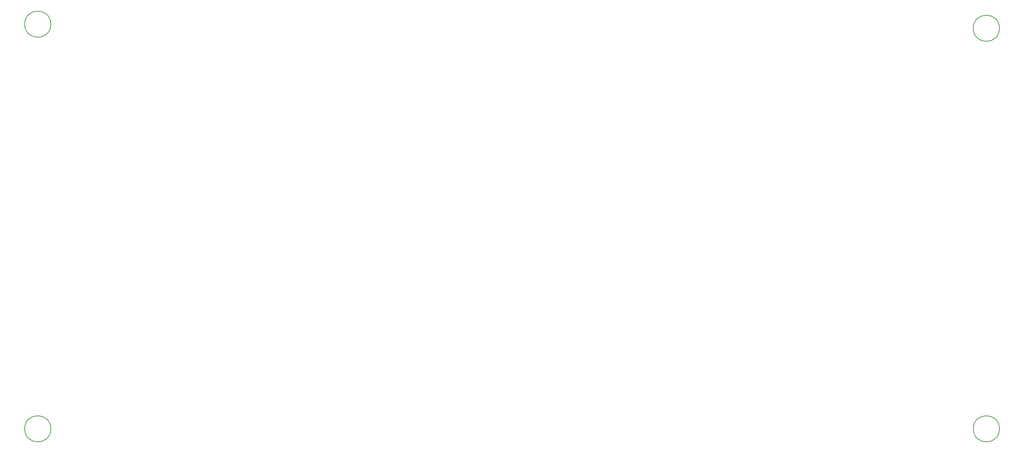
<source format=gbr>
%TF.GenerationSoftware,KiCad,Pcbnew,7.0.7*%
%TF.CreationDate,2023-10-04T19:00:40+09:00*%
%TF.ProjectId,Sixtar-Switch,53697874-6172-42d5-9377-697463682e6b,rev?*%
%TF.SameCoordinates,Original*%
%TF.FileFunction,Other,Comment*%
%FSLAX46Y46*%
G04 Gerber Fmt 4.6, Leading zero omitted, Abs format (unit mm)*
G04 Created by KiCad (PCBNEW 7.0.7) date 2023-10-04 19:00:40*
%MOMM*%
%LPD*%
G01*
G04 APERTURE LIST*
%ADD10C,0.150000*%
G04 APERTURE END LIST*
D10*
%TO.C,H4*%
X257200000Y-121000000D02*
G75*
G03*
X257200000Y-121000000I-3200000J0D01*
G01*
%TO.C,H3*%
X25200000Y-121000000D02*
G75*
G03*
X25200000Y-121000000I-3200000J0D01*
G01*
%TO.C,H2*%
X257200000Y-23000000D02*
G75*
G03*
X257200000Y-23000000I-3200000J0D01*
G01*
%TO.C,H1*%
X25200000Y-22000000D02*
G75*
G03*
X25200000Y-22000000I-3200000J0D01*
G01*
%TD*%
M02*

</source>
